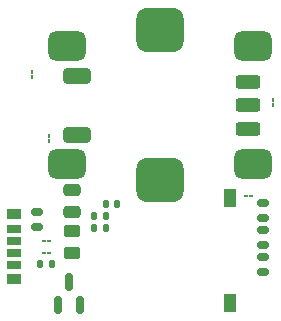
<source format=gbr>
%TF.GenerationSoftware,KiCad,Pcbnew,5.99.0-5f22025611*%
%TF.CreationDate,2021-06-18T16:30:17+00:00*%
%TF.ProjectId,driver,64726976-6572-42e6-9b69-6361645f7063,rev?*%
%TF.SameCoordinates,Original*%
%TF.FileFunction,Paste,Top*%
%TF.FilePolarity,Positive*%
%FSLAX46Y46*%
G04 Gerber Fmt 4.6, Leading zero omitted, Abs format (unit mm)*
G04 Created by KiCad (PCBNEW 5.99.0-5f22025611) date 2021-06-18 16:30:17*
%MOMM*%
%LPD*%
G01*
G04 APERTURE LIST*
G04 Aperture macros list*
%AMRoundRect*
0 Rectangle with rounded corners*
0 $1 Rounding radius*
0 $2 $3 $4 $5 $6 $7 $8 $9 X,Y pos of 4 corners*
0 Add a 4 corners polygon primitive as box body*
4,1,4,$2,$3,$4,$5,$6,$7,$8,$9,$2,$3,0*
0 Add four circle primitives for the rounded corners*
1,1,$1+$1,$2,$3*
1,1,$1+$1,$4,$5*
1,1,$1+$1,$6,$7*
1,1,$1+$1,$8,$9*
0 Add four rect primitives between the rounded corners*
20,1,$1+$1,$2,$3,$4,$5,0*
20,1,$1+$1,$4,$5,$6,$7,0*
20,1,$1+$1,$6,$7,$8,$9,0*
20,1,$1+$1,$8,$9,$2,$3,0*%
G04 Aperture macros list end*
%ADD10RoundRect,0.150000X0.150000X-0.587500X0.150000X0.587500X-0.150000X0.587500X-0.150000X-0.587500X0*%
%ADD11RoundRect,0.062500X0.072500X0.062500X-0.072500X0.062500X-0.072500X-0.062500X0.072500X-0.062500X0*%
%ADD12RoundRect,0.062500X-0.062500X0.072500X-0.062500X-0.072500X0.062500X-0.072500X0.062500X0.072500X0*%
%ADD13RoundRect,0.062500X0.062500X-0.072500X0.062500X0.072500X-0.062500X0.072500X-0.062500X-0.072500X0*%
%ADD14RoundRect,0.135000X0.135000X0.185000X-0.135000X0.185000X-0.135000X-0.185000X0.135000X-0.185000X0*%
%ADD15RoundRect,0.250000X0.475000X-0.250000X0.475000X0.250000X-0.475000X0.250000X-0.475000X-0.250000X0*%
%ADD16RoundRect,0.156250X0.343750X-0.156250X0.343750X0.156250X-0.343750X0.156250X-0.343750X-0.156250X0*%
%ADD17RoundRect,0.135000X-0.135000X-0.185000X0.135000X-0.185000X0.135000X0.185000X-0.135000X0.185000X0*%
%ADD18R,1.100000X1.500000*%
%ADD19R,1.150000X0.700000*%
%ADD20R,1.150000X0.800000*%
%ADD21R,1.150000X0.900000*%
%ADD22RoundRect,0.140000X-0.140000X-0.170000X0.140000X-0.170000X0.140000X0.170000X-0.140000X0.170000X0*%
%ADD23RoundRect,0.156250X-0.343750X0.156250X-0.343750X-0.156250X0.343750X-0.156250X0.343750X0.156250X0*%
%ADD24RoundRect,0.250000X-0.450000X0.262500X-0.450000X-0.262500X0.450000X-0.262500X0.450000X0.262500X0*%
%ADD25RoundRect,0.300000X0.750000X-0.300000X0.750000X0.300000X-0.750000X0.300000X-0.750000X-0.300000X0*%
%ADD26RoundRect,0.325000X0.875000X-0.325000X0.875000X0.325000X-0.875000X0.325000X-0.875000X-0.325000X0*%
%ADD27RoundRect,0.937500X1.062500X-0.937500X1.062500X0.937500X-1.062500X0.937500X-1.062500X-0.937500X0*%
%ADD28RoundRect,0.625000X0.975000X-0.625000X0.975000X0.625000X-0.975000X0.625000X-0.975000X-0.625000X0*%
G04 APERTURE END LIST*
D10*
%TO.C,D111*%
X71350000Y-80087500D03*
X73250000Y-80087500D03*
X72300000Y-78212500D03*
%TD*%
D11*
%TO.C,D112*%
X87710000Y-70900000D03*
X87290000Y-70900000D03*
%TD*%
%TO.C,D102*%
X70610000Y-75700000D03*
X70190000Y-75700000D03*
%TD*%
D12*
%TO.C,D110*%
X89600000Y-62790000D03*
X89600000Y-63210000D03*
%TD*%
D13*
%TO.C,D109*%
X70650000Y-66210000D03*
X70650000Y-65790000D03*
%TD*%
D14*
%TO.C,D104*%
X75410000Y-72600000D03*
X74390000Y-72600000D03*
%TD*%
D15*
%TO.C,C102*%
X72600000Y-72250000D03*
X72600000Y-70350000D03*
%TD*%
D16*
%TO.C,D106*%
X88700000Y-75025000D03*
X88700000Y-73775000D03*
%TD*%
D17*
%TO.C,R103*%
X74390000Y-73600000D03*
X75410000Y-73600000D03*
%TD*%
D18*
%TO.C,SW101*%
X85900000Y-79960000D03*
X85900000Y-71059998D03*
%TD*%
D19*
%TO.C,J101*%
X67605000Y-74700000D03*
D20*
X67605000Y-76720000D03*
D21*
X67605000Y-77950000D03*
D19*
X67605000Y-75700000D03*
D20*
X67605000Y-73680000D03*
D21*
X67605000Y-72450000D03*
%TD*%
D22*
%TO.C,C103*%
X75420000Y-71600000D03*
X76380000Y-71600000D03*
%TD*%
D23*
%TO.C,D107*%
X88700000Y-71500000D03*
X88700000Y-72750000D03*
%TD*%
D11*
%TO.C,D103*%
X70610000Y-74700000D03*
X70190000Y-74700000D03*
%TD*%
D17*
%TO.C,R107*%
X69840000Y-76650000D03*
X70860000Y-76650000D03*
%TD*%
D24*
%TO.C,F101*%
X72550000Y-73887500D03*
X72550000Y-75712500D03*
%TD*%
D23*
%TO.C,D105*%
X88700000Y-76075000D03*
X88700000Y-77325000D03*
%TD*%
D25*
%TO.C,RV101*%
X87450000Y-65200000D03*
X87450000Y-63200000D03*
X87450000Y-61200000D03*
D26*
X73000000Y-65700000D03*
X73000000Y-60700000D03*
D27*
X80000000Y-56825000D03*
D28*
X87900000Y-68200000D03*
D27*
X80000000Y-69575000D03*
D28*
X87900000Y-58200000D03*
X72100000Y-68200000D03*
X72100000Y-58200000D03*
%TD*%
D16*
%TO.C,D101*%
X69600000Y-73525000D03*
X69600000Y-72275000D03*
%TD*%
D12*
%TO.C,D108*%
X69200000Y-60390000D03*
X69200000Y-60810000D03*
%TD*%
M02*

</source>
